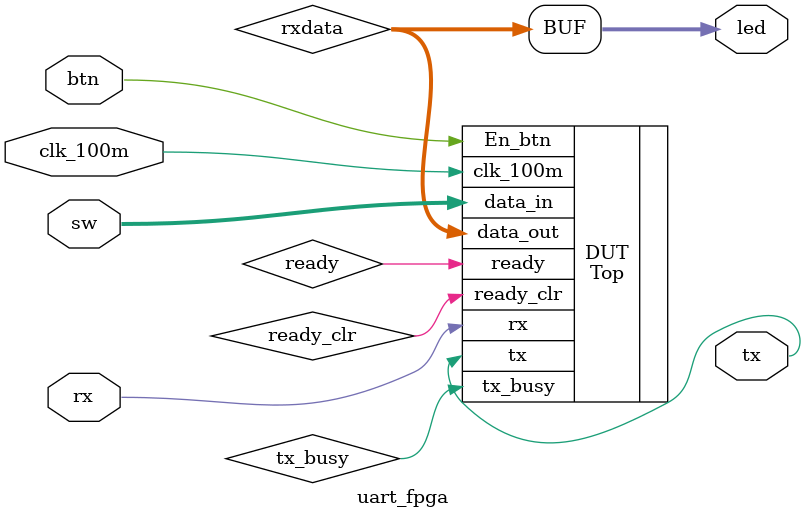
<source format=v>
module uart_fpga(
    input  wire clk_100m,      // ZedBoard clock
    input  wire [7:0] sw,     // 8 switches
    input  wire btn,          // button to trigger TX
    output wire tx,           // UART TX (to JA1)
    input  wire rx,           // UART RX (from JA2)
    output wire [7:0] led     // LEDs to show received data
);

wire tx_busy;
wire rdy;
reg  rdy_clr = 0;
wire [7:0] rxdata;

// Instantiate your UART
Top DUT (
    .data_in(sw),         // switches as input data
    .En_btn(btn),      // send on button press
    .clk_100m(clk_100m),
    .tx(tx),
    .tx_busy(tx_busy),
    .rx(rx),
    .ready(ready),
    .ready_clr(ready_clr),
    .data_out(rxdata)
);

// Show received data on LEDs
assign led = rxdata;

// Clear rdy after one cycle (optional)
always @(posedge clk_100m) begin
    if (rdy) 
        rdy_clr <= 1;
    else
        rdy_clr <= 0;
end

endmodule


</source>
